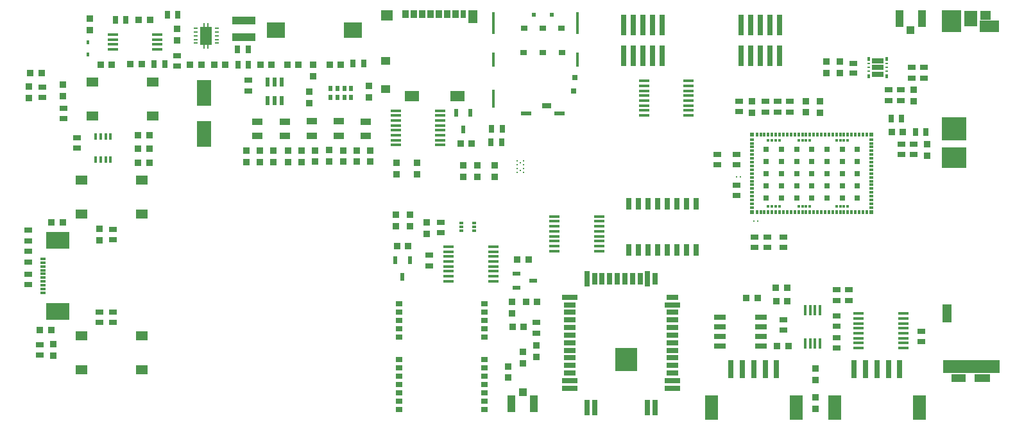
<source format=gtp>
G04*
G04 #@! TF.GenerationSoftware,Altium Limited,Altium Designer,21.6.4 (81)*
G04*
G04 Layer_Color=8421504*
%FSLAX44Y44*%
%MOMM*%
G71*
G04*
G04 #@! TF.SameCoordinates,35F2EB46-45B6-4E83-8094-EA5E86E84025*
G04*
G04*
G04 #@! TF.FilePolarity,Positive*
G04*
G01*
G75*
%ADD16R,0.7800X0.9900*%
%ADD17R,0.9900X0.7800*%
%ADD18R,0.9500X0.9000*%
%ADD19R,1.5500X0.7450*%
%ADD20R,1.5500X0.6700*%
%ADD21R,0.4250X0.5150*%
%ADD22R,0.4250X0.2750*%
%ADD23R,0.9000X0.9500*%
%ADD24R,0.9000X0.7000*%
%ADD25R,0.7000X0.7000*%
%ADD26R,1.2000X0.6500*%
%ADD27R,0.4500X2.9000*%
%ADD28R,0.4500X1.9000*%
%ADD29R,0.7500X0.7000*%
%ADD30R,1.4000X0.5000*%
%ADD31R,0.4500X2.4000*%
%ADD32R,0.6000X0.6000*%
%ADD33R,0.8000X0.8000*%
%ADD34R,0.3000X0.3000*%
%ADD35R,0.3000X0.5400*%
%ADD36R,0.5400X0.5400*%
%ADD37R,0.5400X0.3000*%
%ADD38R,0.6000X1.0500*%
%ADD39R,1.4750X0.4500*%
%ADD40R,0.9000X0.8000*%
%ADD41R,3.0000X3.0300*%
%ADD42R,0.7000X2.0000*%
%ADD43R,2.0000X0.7000*%
%ADD44R,1.5000X0.7000*%
%ADD45R,0.7000X1.5000*%
%ADD46R,0.2540X0.2540*%
%ADD47R,1.0000X1.0500*%
%ADD48R,1.0500X2.2000*%
%ADD49R,0.7500X1.6000*%
%ADD50C,0.2500*%
%ADD51R,1.5500X1.3500*%
%ADD52R,1.2000X1.0000*%
%ADD53R,1.9000X1.3500*%
%ADD54R,1.1700X1.8000*%
%ADD55R,0.7500X1.1000*%
%ADD56R,0.8500X1.1000*%
%ADD57R,1.5500X1.3000*%
%ADD58R,0.8000X0.3000*%
%ADD59R,3.0500X2.2000*%
%ADD60R,1.5250X0.6500*%
%ADD61R,0.2500X0.6000*%
%ADD62R,1.6500X2.4000*%
%ADD63R,0.6000X0.2400*%
%ADD64R,3.2000X3.1000*%
%ADD65R,3.2000X2.7300*%
%ADD66R,7.5000X1.8000*%
%ADD67R,1.2000X2.4000*%
%ADD68R,2.5000X1.6500*%
%ADD69R,1.7000X2.1000*%
%ADD70R,2.5000X2.9000*%
%ADD71R,1.4000X1.2500*%
%ADD72R,1.9500X1.1000*%
%ADD73R,2.0000X1.1000*%
%ADD74R,1.0500X0.6000*%
%ADD75R,2.4000X2.0000*%
%ADD76R,0.5000X0.8000*%
%ADD77R,1.0000X0.6750*%
%ADD78R,1.8500X3.5000*%
%ADD79R,1.4000X0.9000*%
%ADD80R,0.4500X1.4250*%
%ADD81R,0.4200X0.5600*%
%ADD82R,3.0500X1.1400*%
%ADD83R,0.4700X0.3000*%
%ADD84R,0.3500X0.8500*%
%ADD85R,0.8000X2.4000*%
%ADD86R,1.8000X3.3000*%
%ADD87R,0.6000X1.2000*%
%ADD88R,1.4500X0.9500*%
%ADD89R,0.7400X2.7950*%
D16*
X1167780Y403860D02*
D03*
X1153780D02*
D03*
X640730Y389890D02*
D03*
X626730D02*
D03*
X130160Y533863D02*
D03*
X144160D02*
D03*
X181580Y475443D02*
D03*
X195580D02*
D03*
X212740Y541020D02*
D03*
X198740D02*
D03*
X305450Y495300D02*
D03*
X291450D02*
D03*
X292070Y474980D02*
D03*
X306070D02*
D03*
X1200180Y386080D02*
D03*
X1186180D02*
D03*
X640080Y372110D02*
D03*
X626080D02*
D03*
X457850Y476250D02*
D03*
X443850D02*
D03*
D17*
X1150620Y441340D02*
D03*
Y427340D02*
D03*
X1166663D02*
D03*
Y441340D02*
D03*
X1181100Y471283D02*
D03*
Y457282D02*
D03*
X949960Y342250D02*
D03*
Y356250D02*
D03*
X924560D02*
D03*
Y342250D02*
D03*
X949960Y301610D02*
D03*
Y315610D02*
D03*
X990600Y233030D02*
D03*
Y247030D02*
D03*
X974090D02*
D03*
Y233030D02*
D03*
X1012190Y247030D02*
D03*
Y233030D02*
D03*
X1019940Y412100D02*
D03*
Y426100D02*
D03*
X1003898D02*
D03*
Y412100D02*
D03*
X987855Y426100D02*
D03*
Y412100D02*
D03*
X953770Y426750D02*
D03*
Y412750D02*
D03*
X1012190Y137810D02*
D03*
Y123810D02*
D03*
X1082040Y177180D02*
D03*
Y163180D02*
D03*
X1098550D02*
D03*
Y177180D02*
D03*
X1082040Y100300D02*
D03*
Y114300D02*
D03*
Y142890D02*
D03*
Y128890D02*
D03*
X1193800Y108570D02*
D03*
Y122570D02*
D03*
X34290Y445150D02*
D03*
Y431150D02*
D03*
X62230Y403210D02*
D03*
Y417210D02*
D03*
X212090Y472873D02*
D03*
Y486873D02*
D03*
X15240Y184150D02*
D03*
Y198150D02*
D03*
X109220Y134042D02*
D03*
Y148041D02*
D03*
X127000Y147970D02*
D03*
Y133970D02*
D03*
X544830Y208900D02*
D03*
Y222900D02*
D03*
X560070Y252700D02*
D03*
Y266700D02*
D03*
X1197143Y471283D02*
D03*
Y457282D02*
D03*
X685800Y120000D02*
D03*
Y134000D02*
D03*
X80010Y378460D02*
D03*
Y364460D02*
D03*
X1183975Y370137D02*
D03*
Y356137D02*
D03*
X1167933Y356137D02*
D03*
Y370137D02*
D03*
X127000Y257190D02*
D03*
Y243190D02*
D03*
X30480Y90790D02*
D03*
Y104790D02*
D03*
X306070Y454040D02*
D03*
Y440040D02*
D03*
X15240Y241920D02*
D03*
Y255920D02*
D03*
Y213980D02*
D03*
Y227980D02*
D03*
D18*
X1183705Y441840D02*
D03*
Y426840D02*
D03*
X686063Y104020D02*
D03*
Y89020D02*
D03*
X1201420Y369570D02*
D03*
Y354570D02*
D03*
X654050Y161170D02*
D03*
Y146170D02*
D03*
X648970Y61302D02*
D03*
Y76302D02*
D03*
X1060450Y426600D02*
D03*
Y411600D02*
D03*
X1041400Y411720D02*
D03*
Y426720D02*
D03*
X970813Y426480D02*
D03*
Y411480D02*
D03*
X1068403Y463790D02*
D03*
Y478790D02*
D03*
X1086445Y478910D02*
D03*
Y463910D02*
D03*
X48260Y105170D02*
D03*
Y90170D02*
D03*
X109542Y242690D02*
D03*
Y257690D02*
D03*
X448835Y361545D02*
D03*
Y346545D02*
D03*
X412750Y346830D02*
D03*
Y361830D02*
D03*
X339090Y361098D02*
D03*
Y346098D02*
D03*
X375920Y346348D02*
D03*
Y361348D02*
D03*
X303005Y361098D02*
D03*
Y346098D02*
D03*
X589280Y326510D02*
D03*
Y341510D02*
D03*
X608330D02*
D03*
Y326510D02*
D03*
X631190D02*
D03*
Y341510D02*
D03*
X386080Y424300D02*
D03*
Y439300D02*
D03*
X464820Y446920D02*
D03*
Y431920D02*
D03*
X391160Y474860D02*
D03*
Y459860D02*
D03*
X668020Y80130D02*
D03*
Y95130D02*
D03*
X541020Y251580D02*
D03*
Y266580D02*
D03*
X519430Y261740D02*
D03*
Y276740D02*
D03*
X500380D02*
D03*
Y261740D02*
D03*
X528320Y330320D02*
D03*
Y345320D02*
D03*
X501650D02*
D03*
Y330320D02*
D03*
X96520Y535820D02*
D03*
Y520820D02*
D03*
X212090Y522193D02*
D03*
Y507193D02*
D03*
X60960Y433190D02*
D03*
Y448190D02*
D03*
X16510Y445770D02*
D03*
Y430770D02*
D03*
X1054100Y35440D02*
D03*
Y20440D02*
D03*
X466878Y361545D02*
D03*
Y346545D02*
D03*
X1054100Y58420D02*
D03*
Y73420D02*
D03*
X430793Y346545D02*
D03*
Y361545D02*
D03*
X394182D02*
D03*
Y346545D02*
D03*
X357877Y346347D02*
D03*
Y361347D02*
D03*
X321047Y361097D02*
D03*
Y346097D02*
D03*
D19*
X1136280Y479860D02*
D03*
Y462310D02*
D03*
D20*
Y471090D02*
D03*
D21*
X1124400Y459660D02*
D03*
Y482520D02*
D03*
X1148160D02*
D03*
Y459660D02*
D03*
D22*
X1124400Y466090D02*
D03*
Y471090D02*
D03*
Y476090D02*
D03*
X1148160D02*
D03*
Y466090D02*
D03*
Y471090D02*
D03*
D23*
X1154550Y386080D02*
D03*
X1169550D02*
D03*
X427870Y474980D02*
D03*
X412870D02*
D03*
X175020Y345440D02*
D03*
X160020D02*
D03*
X160140Y363483D02*
D03*
X175140D02*
D03*
Y381525D02*
D03*
X160140D02*
D03*
X669170Y128270D02*
D03*
X654170D02*
D03*
X501770Y235033D02*
D03*
X516770D02*
D03*
X45840Y266700D02*
D03*
X60840D02*
D03*
X45720Y124460D02*
D03*
X30720D02*
D03*
X600710Y370840D02*
D03*
X585710D02*
D03*
X243633Y474787D02*
D03*
X228633D02*
D03*
X260675D02*
D03*
X275675D02*
D03*
X149860Y475443D02*
D03*
X164860D02*
D03*
X125610Y474992D02*
D03*
X110610D02*
D03*
X176290Y533863D02*
D03*
X161290D02*
D03*
X17900Y463550D02*
D03*
X32900D02*
D03*
X962660Y166370D02*
D03*
X977660D02*
D03*
X371990Y474980D02*
D03*
X356990D02*
D03*
X321512D02*
D03*
X336512D02*
D03*
X1017150Y162297D02*
D03*
X1002150D02*
D03*
X1017030Y180340D02*
D03*
X1002030D02*
D03*
X1018420Y102870D02*
D03*
X1003420D02*
D03*
X671950Y161290D02*
D03*
X686950D02*
D03*
X675640Y217375D02*
D03*
X660640D02*
D03*
D24*
X669930Y522580D02*
D03*
X694330D02*
D03*
X718730D02*
D03*
X668930Y490880D02*
D03*
X694330D02*
D03*
X719730D02*
D03*
D25*
X737030Y457580D02*
D03*
D26*
X699830Y420830D02*
D03*
D27*
X740280Y529580D02*
D03*
X628780D02*
D03*
D28*
X740280Y481080D02*
D03*
X628780D02*
D03*
D29*
X735280Y439580D02*
D03*
D30*
X716330Y410080D02*
D03*
X672330D02*
D03*
D31*
X628780Y429580D02*
D03*
D32*
X682130Y541080D02*
D03*
X706530D02*
D03*
D33*
X1109369Y298960D02*
D03*
X1089369D02*
D03*
X1069369D02*
D03*
X1049369D02*
D03*
X1029369D02*
D03*
X1009369D02*
D03*
X1109369Y314960D02*
D03*
X1089369D02*
D03*
X1069369D02*
D03*
X1049369D02*
D03*
X1029369D02*
D03*
X1009369D02*
D03*
X1109369Y330960D02*
D03*
X1089369D02*
D03*
X1069369D02*
D03*
X1049369D02*
D03*
X1029369D02*
D03*
X1009369D02*
D03*
X1109369Y346960D02*
D03*
X1089369D02*
D03*
X1069369D02*
D03*
X1049369D02*
D03*
X1029369D02*
D03*
X1009369D02*
D03*
X1109369Y362960D02*
D03*
X1089369D02*
D03*
X1069369D02*
D03*
X989369Y298960D02*
D03*
Y362960D02*
D03*
Y346960D02*
D03*
Y330960D02*
D03*
X1009369Y362960D02*
D03*
X1029369D02*
D03*
X1049369D02*
D03*
X989369Y314960D02*
D03*
D34*
X1096869Y287460D02*
D03*
X1091869D02*
D03*
X1086869D02*
D03*
X1081869D02*
D03*
X1046869D02*
D03*
X1041869D02*
D03*
X1036869D02*
D03*
X1031869D02*
D03*
X991869D02*
D03*
X996869D02*
D03*
X1001869D02*
D03*
X1006869D02*
D03*
X1096869Y374460D02*
D03*
X1091869D02*
D03*
X1086869D02*
D03*
X1081869D02*
D03*
X1046869D02*
D03*
X1041869D02*
D03*
X1036869D02*
D03*
X1031869D02*
D03*
X991869D02*
D03*
X996869D02*
D03*
X1001869D02*
D03*
X1006869D02*
D03*
D35*
X976869Y382160D02*
D03*
X981869D02*
D03*
X986869D02*
D03*
X991869D02*
D03*
X996869D02*
D03*
X1001869D02*
D03*
X1006869D02*
D03*
X1011869D02*
D03*
X1016869D02*
D03*
X1021869D02*
D03*
X1026869D02*
D03*
X1031869D02*
D03*
X1036869D02*
D03*
X1041869D02*
D03*
X1046869D02*
D03*
X1051869D02*
D03*
X1056869D02*
D03*
X1061869D02*
D03*
X1066869D02*
D03*
X1071869D02*
D03*
X1076869D02*
D03*
X1081869D02*
D03*
X1086869D02*
D03*
X1091869D02*
D03*
X1096869D02*
D03*
X1101869D02*
D03*
X1106869D02*
D03*
X1111869D02*
D03*
X1116869D02*
D03*
X1121869D02*
D03*
Y279760D02*
D03*
X1116869D02*
D03*
X1111869D02*
D03*
X1106869D02*
D03*
X1101869D02*
D03*
X1096869D02*
D03*
X1091869D02*
D03*
X1086869D02*
D03*
X1081869D02*
D03*
X1076869D02*
D03*
X1071869D02*
D03*
X1066869D02*
D03*
X1061869D02*
D03*
X1056869D02*
D03*
X1051869D02*
D03*
X1046869D02*
D03*
X1041869D02*
D03*
X1036869D02*
D03*
X1031869D02*
D03*
X1026869D02*
D03*
X1021869D02*
D03*
X1016869D02*
D03*
X1011869D02*
D03*
X1006869D02*
D03*
X1001869D02*
D03*
X996869D02*
D03*
X991869D02*
D03*
X986869D02*
D03*
X981869D02*
D03*
X976869D02*
D03*
D36*
X1128068Y382160D02*
D03*
Y279760D02*
D03*
X970668D02*
D03*
Y382160D02*
D03*
D37*
X1128068Y375960D02*
D03*
Y370960D02*
D03*
Y365960D02*
D03*
Y360960D02*
D03*
Y355960D02*
D03*
Y350960D02*
D03*
Y345960D02*
D03*
Y340960D02*
D03*
Y335960D02*
D03*
Y330960D02*
D03*
Y325960D02*
D03*
Y320960D02*
D03*
Y315960D02*
D03*
Y310960D02*
D03*
Y305960D02*
D03*
Y300960D02*
D03*
Y295960D02*
D03*
Y290960D02*
D03*
Y285960D02*
D03*
X970668D02*
D03*
Y290960D02*
D03*
Y295960D02*
D03*
Y300960D02*
D03*
Y305960D02*
D03*
Y310960D02*
D03*
Y315960D02*
D03*
Y320960D02*
D03*
Y325960D02*
D03*
Y330960D02*
D03*
Y335960D02*
D03*
Y340960D02*
D03*
Y345960D02*
D03*
Y350960D02*
D03*
Y355960D02*
D03*
Y360960D02*
D03*
Y365960D02*
D03*
Y370960D02*
D03*
Y375960D02*
D03*
D38*
X598780Y411133D02*
D03*
X579780D02*
D03*
X589280Y389133D02*
D03*
X518770Y216740D02*
D03*
X499770D02*
D03*
X509270Y194740D02*
D03*
D39*
X500108Y414025D02*
D03*
Y407525D02*
D03*
Y401025D02*
D03*
Y394525D02*
D03*
Y388025D02*
D03*
Y381525D02*
D03*
Y375025D02*
D03*
Y368525D02*
D03*
X558868D02*
D03*
Y375025D02*
D03*
Y381525D02*
D03*
Y388025D02*
D03*
Y394525D02*
D03*
Y401025D02*
D03*
Y407525D02*
D03*
Y414025D02*
D03*
X709760Y228710D02*
D03*
Y235210D02*
D03*
Y241710D02*
D03*
Y248210D02*
D03*
Y254710D02*
D03*
Y261210D02*
D03*
Y267710D02*
D03*
Y274210D02*
D03*
X768520D02*
D03*
Y267710D02*
D03*
Y261210D02*
D03*
Y254710D02*
D03*
Y248210D02*
D03*
Y241710D02*
D03*
Y235210D02*
D03*
Y228710D02*
D03*
X628820Y188737D02*
D03*
Y195238D02*
D03*
Y201737D02*
D03*
Y208237D02*
D03*
Y214738D02*
D03*
Y221238D02*
D03*
Y227737D02*
D03*
Y234237D02*
D03*
X570060D02*
D03*
Y227737D02*
D03*
Y221238D02*
D03*
Y214738D02*
D03*
Y208237D02*
D03*
Y201737D02*
D03*
Y195238D02*
D03*
Y188737D02*
D03*
X886630Y407780D02*
D03*
Y414280D02*
D03*
Y420780D02*
D03*
Y427280D02*
D03*
Y433780D02*
D03*
Y440280D02*
D03*
Y446780D02*
D03*
Y453280D02*
D03*
X827870D02*
D03*
Y446780D02*
D03*
Y440280D02*
D03*
Y433780D02*
D03*
Y427280D02*
D03*
Y420780D02*
D03*
Y414280D02*
D03*
Y407780D02*
D03*
X1111080Y145940D02*
D03*
Y139440D02*
D03*
Y132940D02*
D03*
Y126440D02*
D03*
Y119940D02*
D03*
Y113440D02*
D03*
Y106940D02*
D03*
Y100440D02*
D03*
X1169840D02*
D03*
Y106940D02*
D03*
Y113440D02*
D03*
Y119940D02*
D03*
Y126440D02*
D03*
Y132940D02*
D03*
Y139440D02*
D03*
Y145940D02*
D03*
X126830Y514538D02*
D03*
Y508038D02*
D03*
Y501538D02*
D03*
Y495038D02*
D03*
X185590D02*
D03*
Y501538D02*
D03*
Y508038D02*
D03*
Y514538D02*
D03*
D40*
X617677Y18945D02*
D03*
Y29945D02*
D03*
Y40945D02*
D03*
Y51945D02*
D03*
Y62945D02*
D03*
Y73945D02*
D03*
Y84945D02*
D03*
Y114945D02*
D03*
Y125945D02*
D03*
Y136945D02*
D03*
Y147945D02*
D03*
Y158945D02*
D03*
X504678D02*
D03*
Y147945D02*
D03*
Y136945D02*
D03*
Y125945D02*
D03*
Y114945D02*
D03*
Y84945D02*
D03*
Y73945D02*
D03*
Y62945D02*
D03*
Y51945D02*
D03*
Y40945D02*
D03*
Y29945D02*
D03*
Y18945D02*
D03*
D41*
X804678Y84980D02*
D03*
D42*
X842678Y21680D02*
D03*
X832678D02*
D03*
X762678D02*
D03*
X752678D02*
D03*
Y191680D02*
D03*
X832678D02*
D03*
D43*
X730177Y47480D02*
D03*
Y57480D02*
D03*
Y167480D02*
D03*
X865177Y157480D02*
D03*
Y57480D02*
D03*
Y47480D02*
D03*
D44*
X730177Y67480D02*
D03*
Y77480D02*
D03*
Y87480D02*
D03*
Y97480D02*
D03*
Y107480D02*
D03*
Y117480D02*
D03*
Y127480D02*
D03*
Y137480D02*
D03*
Y147480D02*
D03*
Y157480D02*
D03*
X865177Y167480D02*
D03*
Y147480D02*
D03*
Y137480D02*
D03*
Y127480D02*
D03*
Y117480D02*
D03*
Y107480D02*
D03*
Y97480D02*
D03*
Y87480D02*
D03*
Y77480D02*
D03*
Y67480D02*
D03*
D45*
X762678Y191680D02*
D03*
X772678D02*
D03*
X782678D02*
D03*
X792678D02*
D03*
X802678D02*
D03*
X812678D02*
D03*
X822678D02*
D03*
X842678D02*
D03*
D46*
X955040Y326390D02*
D03*
X949960D02*
D03*
X972820Y267970D02*
D03*
X977900D02*
D03*
D47*
X1179830Y520690D02*
D03*
X668020Y41920D02*
D03*
D48*
X1165080Y535940D02*
D03*
X1194580D02*
D03*
X653270Y26670D02*
D03*
X682770D02*
D03*
D49*
X807720Y229850D02*
D03*
X820420D02*
D03*
X833120D02*
D03*
X845820D02*
D03*
X858520D02*
D03*
X871220D02*
D03*
X883920D02*
D03*
X896620D02*
D03*
Y290850D02*
D03*
X883920D02*
D03*
X871220D02*
D03*
X858520D02*
D03*
X845820D02*
D03*
X833120D02*
D03*
X820420D02*
D03*
X807720D02*
D03*
D50*
X660452Y332820D02*
D03*
Y337820D02*
D03*
Y342820D02*
D03*
Y347820D02*
D03*
X664802Y335320D02*
D03*
Y345320D02*
D03*
X669152Y332820D02*
D03*
Y337820D02*
D03*
Y342820D02*
D03*
Y347820D02*
D03*
D51*
X488720Y540070D02*
D03*
D52*
X486970Y479820D02*
D03*
Y442820D02*
D03*
D53*
X521970Y433070D02*
D03*
X581670D02*
D03*
D54*
X601920Y537820D02*
D03*
D55*
X589820Y541320D02*
D03*
D56*
X579320D02*
D03*
X568320D02*
D03*
X557320D02*
D03*
X546320D02*
D03*
X535320D02*
D03*
X524320D02*
D03*
X513320D02*
D03*
D57*
X165480Y71480D02*
D03*
X85980D02*
D03*
X165480Y116480D02*
D03*
X85980D02*
D03*
X99950Y451760D02*
D03*
X179450D02*
D03*
X99950Y406760D02*
D03*
X179450D02*
D03*
X85980Y322220D02*
D03*
X165480D02*
D03*
X85980Y277220D02*
D03*
X165480D02*
D03*
D58*
X34689Y173280D02*
D03*
Y178280D02*
D03*
Y183280D02*
D03*
Y188280D02*
D03*
Y193280D02*
D03*
Y198280D02*
D03*
Y203280D02*
D03*
Y208280D02*
D03*
Y213280D02*
D03*
Y218280D02*
D03*
D59*
X53939Y148780D02*
D03*
Y242780D02*
D03*
D60*
X927920Y140970D02*
D03*
Y128270D02*
D03*
Y115570D02*
D03*
Y102870D02*
D03*
X982160D02*
D03*
Y115570D02*
D03*
Y128270D02*
D03*
Y140970D02*
D03*
D61*
X252642Y527580D02*
D03*
X247642D02*
D03*
X252642Y498580D02*
D03*
X247642D02*
D03*
D62*
X250142Y513080D02*
D03*
D63*
X236141Y503080D02*
D03*
Y508080D02*
D03*
Y513080D02*
D03*
Y518080D02*
D03*
Y523080D02*
D03*
X264142D02*
D03*
Y518080D02*
D03*
Y513080D02*
D03*
Y508080D02*
D03*
Y503080D02*
D03*
D64*
X1237370Y390030D02*
D03*
D65*
Y351880D02*
D03*
D66*
X1259870Y75530D02*
D03*
D67*
X1227470Y146030D02*
D03*
D68*
X1283970Y525780D02*
D03*
D69*
X1258970Y536030D02*
D03*
D70*
X1233970Y532030D02*
D03*
D71*
X1278470Y540280D02*
D03*
D72*
X1243120Y61030D02*
D03*
D73*
X1274370D02*
D03*
D74*
X659560Y198833D02*
D03*
Y179832D02*
D03*
X681560Y189333D02*
D03*
D75*
X443440Y520810D02*
D03*
X342440D02*
D03*
D76*
X414490Y443165D02*
D03*
X423490D02*
D03*
X432490D02*
D03*
X441490D02*
D03*
Y431165D02*
D03*
X432490D02*
D03*
X423490D02*
D03*
X414490D02*
D03*
D77*
X1104488Y463550D02*
D03*
Y476790D02*
D03*
D78*
X247650Y437210D02*
D03*
Y383210D02*
D03*
D79*
X461010Y399588D02*
D03*
Y380588D02*
D03*
X425450Y399873D02*
D03*
Y380873D02*
D03*
X354330Y399390D02*
D03*
Y380390D02*
D03*
X389890Y399873D02*
D03*
Y380873D02*
D03*
D80*
X1040540Y150390D02*
D03*
X1047040D02*
D03*
X1053540D02*
D03*
X1060040D02*
D03*
Y106150D02*
D03*
X1053540D02*
D03*
X1047040D02*
D03*
X1040540D02*
D03*
D81*
X93980Y488570D02*
D03*
Y504570D02*
D03*
D82*
X299720Y511308D02*
D03*
Y532909D02*
D03*
D83*
X587280Y255350D02*
D03*
Y260350D02*
D03*
Y265350D02*
D03*
X603980D02*
D03*
Y260350D02*
D03*
Y255350D02*
D03*
D84*
X124050Y379990D02*
D03*
X117550D02*
D03*
X111050D02*
D03*
X104550D02*
D03*
Y348990D02*
D03*
X111050D02*
D03*
X117550D02*
D03*
X124050D02*
D03*
D85*
X1002820Y72640D02*
D03*
X987820D02*
D03*
X972820D02*
D03*
X957820D02*
D03*
X942820D02*
D03*
X1165428D02*
D03*
X1150428D02*
D03*
X1135428D02*
D03*
X1120427D02*
D03*
X1105428D02*
D03*
D86*
X1028820Y22140D02*
D03*
X916820D02*
D03*
X1191428D02*
D03*
X1079428D02*
D03*
D87*
X330860Y426920D02*
D03*
X340360D02*
D03*
X349860D02*
D03*
Y451920D02*
D03*
X340360D02*
D03*
X330860D02*
D03*
D88*
X317500Y380390D02*
D03*
Y399390D02*
D03*
D89*
X1007110Y527070D02*
D03*
Y486410D02*
D03*
X994410Y527070D02*
D03*
Y486410D02*
D03*
X981710Y527070D02*
D03*
Y486410D02*
D03*
X969010Y527070D02*
D03*
Y486410D02*
D03*
X956310Y527070D02*
D03*
Y486410D02*
D03*
X852170Y527060D02*
D03*
Y486400D02*
D03*
X839470Y527060D02*
D03*
Y486400D02*
D03*
X826770Y527060D02*
D03*
Y486400D02*
D03*
X814070Y527060D02*
D03*
Y486400D02*
D03*
X801370Y527060D02*
D03*
Y486400D02*
D03*
M02*

</source>
